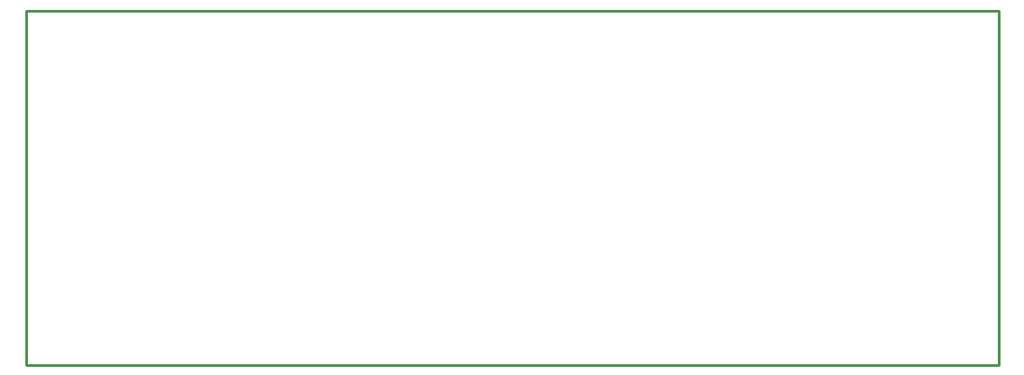
<source format=gko>
G04 Layer: BoardOutlineLayer*
G04 EasyEDA v6.5.15, 2022-10-07 13:48:07*
G04 7ec79526355f426bb91a475ea7be51f8,10*
G04 Gerber Generator version 0.2*
G04 Scale: 100 percent, Rotated: No, Reflected: No *
G04 Dimensions in millimeters *
G04 leading zeros omitted , absolute positions ,4 integer and 5 decimal *
%FSLAX45Y45*%
%MOMM*%

%ADD10C,0.2540*%
D10*
X762000Y6769100D02*
G01*
X9893300Y6769100D01*
X9893300Y3441700D01*
X762000Y3441700D01*
X762000Y6769100D01*

%LPD*%
M02*

</source>
